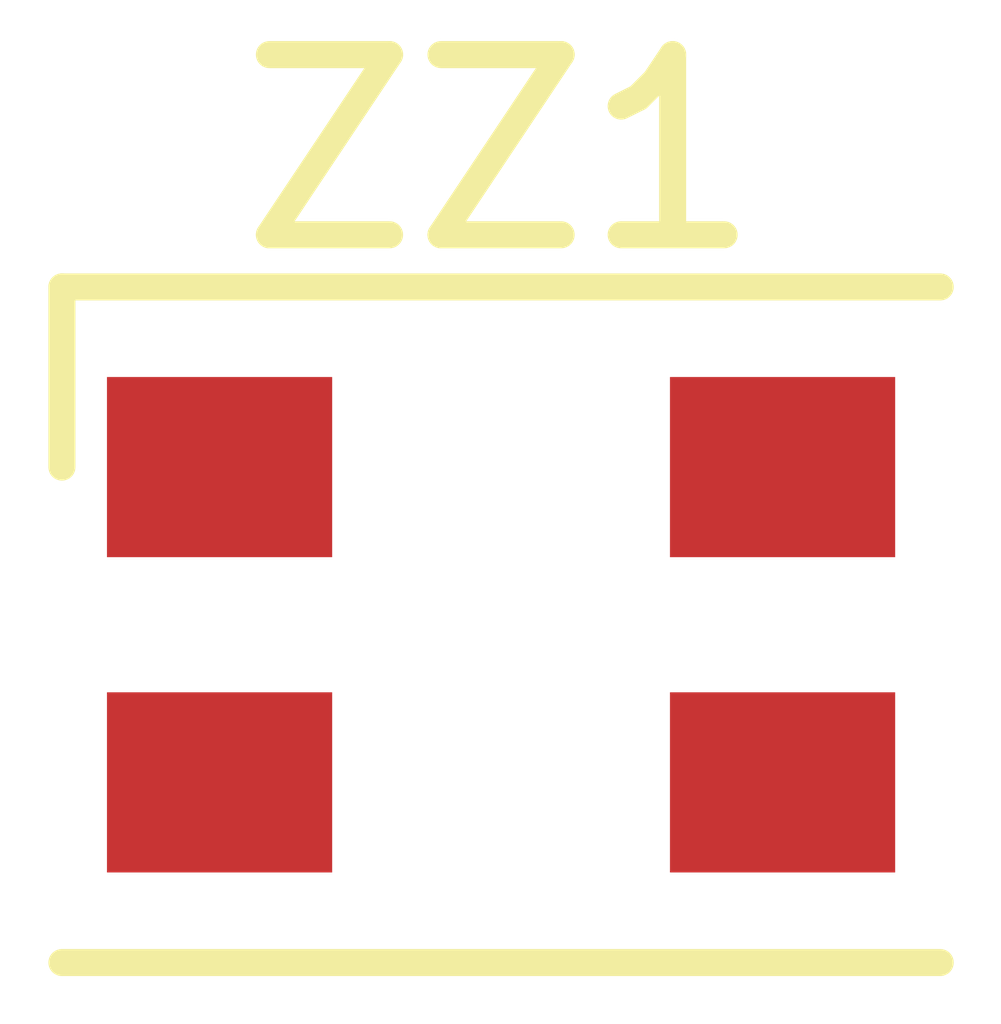
<source format=kicad_pcb>
(kicad_pcb (version 20171130) (host pcbnew "(5.1.9-0-10_14)")

  (general
    (thickness 1.6)
    (drawings 0)
    (tracks 0)
    (zones 0)
    (modules 1)
    (nets 5)
  )

  (page A4)
  (layers
    (0 F.Cu signal)
    (31 B.Cu signal)
    (32 B.Adhes user)
    (33 F.Adhes user)
    (34 B.Paste user)
    (35 F.Paste user)
    (36 B.SilkS user)
    (37 F.SilkS user)
    (38 B.Mask user)
    (39 F.Mask user)
    (40 Dwgs.User user)
    (41 Cmts.User user)
    (42 Eco1.User user)
    (43 Eco2.User user)
    (44 Edge.Cuts user)
    (45 Margin user)
    (46 B.CrtYd user hide)
    (47 F.CrtYd user hide)
    (48 B.Fab user hide)
    (49 F.Fab user hide)
  )

  (setup
    (last_trace_width 0.1524)
    (user_trace_width 0.1524)
    (user_trace_width 0.254)
    (user_trace_width 0.4064)
    (user_trace_width 0.635)
    (trace_clearance 0.1524)
    (zone_clearance 0.508)
    (zone_45_only no)
    (trace_min 0.1524)
    (via_size 0.6858)
    (via_drill 0.3048)
    (via_min_size 0.6858)
    (via_min_drill 0.3048)
    (uvia_size 0.3048)
    (uvia_drill 0.1524)
    (uvias_allowed no)
    (uvia_min_size 0.2)
    (uvia_min_drill 0.1)
    (edge_width 0.15)
    (segment_width 0.15)
    (pcb_text_width 0.3)
    (pcb_text_size 1.5 1.5)
    (mod_edge_width 0.15)
    (mod_text_size 1 1)
    (mod_text_width 0.15)
    (pad_size 1.8 1.8)
    (pad_drill 0.9)
    (pad_to_mask_clearance 0.2)
    (aux_axis_origin 0 0)
    (visible_elements FFFFFF7F)
    (pcbplotparams
      (layerselection 0x010fc_ffffffff)
      (usegerberextensions false)
      (usegerberattributes false)
      (usegerberadvancedattributes false)
      (creategerberjobfile false)
      (excludeedgelayer true)
      (linewidth 0.100000)
      (plotframeref false)
      (viasonmask false)
      (mode 1)
      (useauxorigin false)
      (hpglpennumber 1)
      (hpglpenspeed 20)
      (hpglpendiameter 15.000000)
      (psnegative false)
      (psa4output false)
      (plotreference true)
      (plotvalue true)
      (plotinvisibletext false)
      (padsonsilk false)
      (subtractmaskfromsilk false)
      (outputformat 1)
      (mirror false)
      (drillshape 1)
      (scaleselection 1)
      (outputdirectory ""))
  )

  (net 0 "")
  (net 1 +3V3)
  (net 2 "Net-(Pin0-Pad1)")
  (net 3 "Net-(Pin1-Pad1)")
  (net 4 "Net-(Pin2-Pad1)")

  (net_class Default "This is the default net class."
    (clearance 0.1524)
    (trace_width 0.1524)
    (via_dia 0.6858)
    (via_drill 0.3048)
    (uvia_dia 0.3048)
    (uvia_drill 0.1524)
    (diff_pair_width 0.1524)
    (diff_pair_gap 0.1524)
    (add_net +3V3)
    (add_net "Net-(Pin0-Pad1)")
    (add_net "Net-(Pin1-Pad1)")
    (add_net "Net-(Pin2-Pad1)")
  )

  (module LED_SMD:LED_Cree-PLCC4_3.2x2.8mm_CCW locked (layer F.Cu) (tedit 59D415EA) (tstamp 60B96B86)
    (at 0 0)
    (descr "3.2mm x 2.8mm PLCC4 LED, http://www.cree.com/led-components/media/documents/CLV1AFKB(874).pdf")
    (tags "LED Cree PLCC-4")
    (path /60BBD1E1)
    (attr smd)
    (fp_text reference ZZ1 (at 0 -2.0955) (layer F.SilkS)
      (effects (font (size 0.8 0.8) (thickness 0.12)))
    )
    (fp_text value LED_RGBA (at 0 2.65) (layer F.Fab)
      (effects (font (size 1 1) (thickness 0.15)))
    )
    (fp_line (start -1.95 1.5) (end 1.95 1.5) (layer F.SilkS) (width 0.12))
    (fp_line (start -1.95 -1.5) (end 1.95 -1.5) (layer F.SilkS) (width 0.12))
    (fp_line (start -1.95 -0.7) (end -1.95 -1.5) (layer F.SilkS) (width 0.12))
    (fp_line (start 1.6 -1.4) (end -1.6 -1.4) (layer F.Fab) (width 0.1))
    (fp_line (start 1.6 1.4) (end 1.6 -1.4) (layer F.Fab) (width 0.1))
    (fp_line (start -1.6 1.4) (end 1.6 1.4) (layer F.Fab) (width 0.1))
    (fp_line (start -1.6 -1.4) (end -1.6 1.4) (layer F.Fab) (width 0.1))
    (fp_line (start -0.6 -1.4) (end -1.6 -0.4) (layer F.Fab) (width 0.1))
    (fp_line (start 2.2 -1.75) (end -2.2 -1.75) (layer F.CrtYd) (width 0.05))
    (fp_line (start 2.2 1.75) (end 2.2 -1.75) (layer F.CrtYd) (width 0.05))
    (fp_line (start -2.2 1.75) (end 2.2 1.75) (layer F.CrtYd) (width 0.05))
    (fp_line (start -2.2 -1.75) (end -2.2 1.75) (layer F.CrtYd) (width 0.05))
    (fp_circle (center 0 0) (end 1.12 0) (layer F.Fab) (width 0.1))
    (fp_text user %R (at 0 0) (layer F.Fab)
      (effects (font (size 0.5 0.5) (thickness 0.075)))
    )
    (pad 1 smd rect (at -1.25 -0.7) (size 1 0.8) (layers F.Cu F.Paste F.Mask)
      (net 2 "Net-(Pin0-Pad1)"))
    (pad 4 smd rect (at 1.25 -0.7) (size 1 0.8) (layers F.Cu F.Paste F.Mask)
      (net 1 +3V3))
    (pad 3 smd rect (at 1.25 0.7) (size 1 0.8) (layers F.Cu F.Paste F.Mask)
      (net 4 "Net-(Pin2-Pad1)"))
    (pad 2 smd rect (at -1.25 0.7) (size 1 0.8) (layers F.Cu F.Paste F.Mask)
      (net 3 "Net-(Pin1-Pad1)"))
    (model ${KISYS3DMOD}/LED_SMD.3dshapes/LED_Cree-PLCC4_3.2x2.8mm_CCW.wrl
      (at (xyz 0 0 0))
      (scale (xyz 1 1 1))
      (rotate (xyz 0 0 0))
    )
  )

)

</source>
